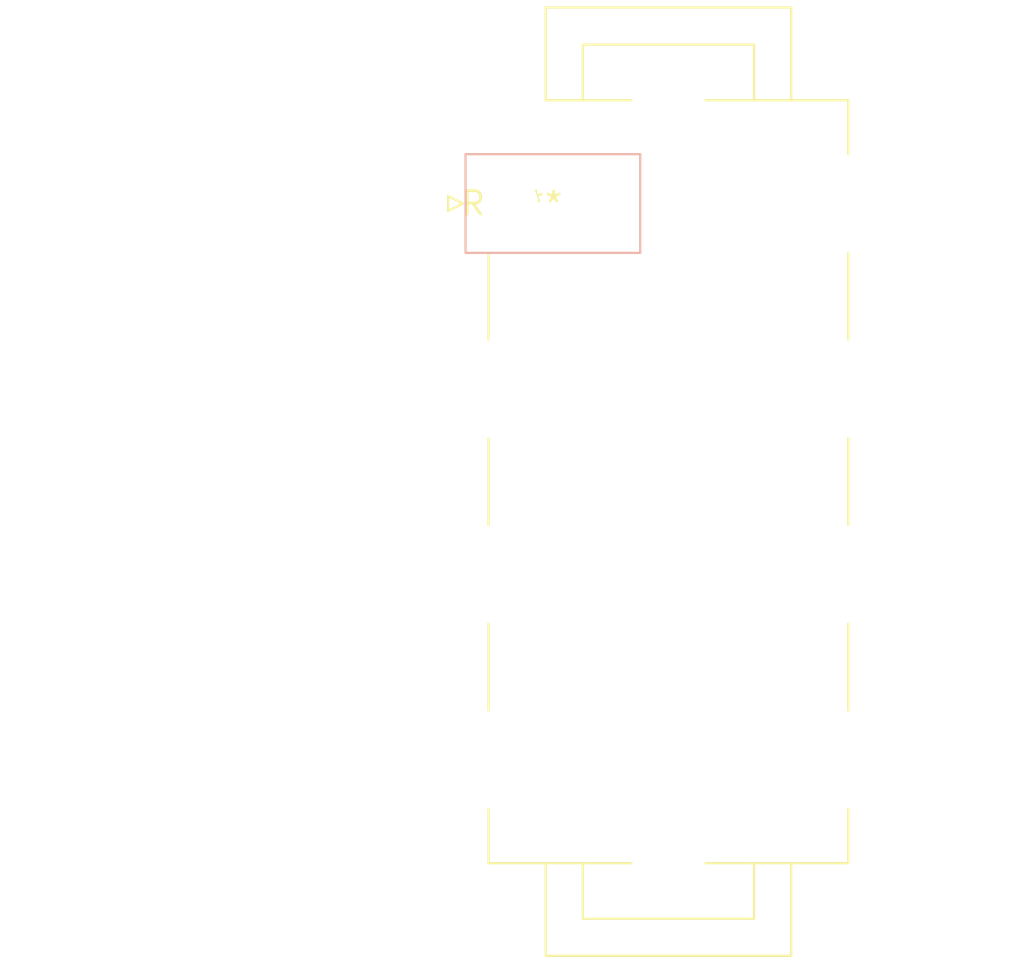
<source format=kicad_pcb>
(kicad_pcb (version 20240108) (generator pcbnew)
  (layers (0 "F.Cu" signal) (31 "B.Cu" signal) (34 "B.Paste" user) (35 "F.Paste" user) (36 "B.SilkS" user "B.Silkscreen") (37 "F.SilkS" user "F.Silkscreen") (38 "B.Mask" user) (39 "F.Mask" user) (44 "Edge.Cuts" user))
  (net 0 "")
  (footprint "Molex_Mini-Fit_Sr_43915-xx08_2x04_P10.00mm_Vertical" (layer "F.Cu") (at 0 0)
    (property "Reference" "REF**")
    (property "Value" "Molex_Mini-Fit_Sr_43915-xx08_2x04_P10.00mm_Vertical")
    (fp_line (start -2.51 -2.66) (end -2.51 2.66) (layer "B.SilkS") (stroke (width 0.12)))
    (fp_line (start -2.51 2.66) (end 6.91 2.66) (layer "B.SilkS") (stroke (width 0.12)))
    (fp_line (start 6.91 -2.66) (end -2.51 -2.66) (layer "B.SilkS") (stroke (width 0.12)))
    (fp_line (start 6.91 2.66) (end 6.91 -2.66) (layer "B.SilkS") (stroke (width 0.12)))
    (fp_line (start -3.45 -0.4) (end -3.45 0.4) (layer "F.SilkS") (stroke (width 0.12)))
    (fp_line (start -3.45 0.4) (end -2.65 0) (layer "F.SilkS") (stroke (width 0.12)))
    (fp_line (start -2.65 0) (end -3.45 -0.4) (layer "F.SilkS") (stroke (width 0.12)))
    (fp_line (start -1.27 2.66) (end -1.27 7.34) (layer "F.SilkS") (stroke (width 0.12)))
    (fp_line (start -1.27 12.66) (end -1.27 17.34) (layer "F.SilkS") (stroke (width 0.12)))
    (fp_line (start -1.27 22.66) (end -1.27 27.34) (layer "F.SilkS") (stroke (width 0.12)))
    (fp_line (start -1.27 32.66) (end -1.27 35.57) (layer "F.SilkS") (stroke (width 0.12)))
    (fp_line (start -1.27 35.57) (end 6.43 35.57) (layer "F.SilkS") (stroke (width 0.12)))
    (fp_line (start 1.81 -10.57) (end 15.05 -10.57) (layer "F.SilkS") (stroke (width 0.12)))
    (fp_line (start 1.81 -5.57) (end 1.81 -10.57) (layer "F.SilkS") (stroke (width 0.12)))
    (fp_line (start 1.81 35.57) (end 1.81 40.57) (layer "F.SilkS") (stroke (width 0.12)))
    (fp_line (start 1.81 40.57) (end 15.05 40.57) (layer "F.SilkS") (stroke (width 0.12)))
    (fp_line (start 3.81 -8.57) (end 13.05 -8.57) (layer "F.SilkS") (stroke (width 0.12)))
    (fp_line (start 3.81 -5.57) (end 3.81 -8.57) (layer "F.SilkS") (stroke (width 0.12)))
    (fp_line (start 3.81 35.57) (end 3.81 38.57) (layer "F.SilkS") (stroke (width 0.12)))
    (fp_line (start 3.81 38.57) (end 13.05 38.57) (layer "F.SilkS") (stroke (width 0.12)))
    (fp_line (start 6.43 -5.57) (end 1.81 -5.57) (layer "F.SilkS") (stroke (width 0.12)))
    (fp_line (start 13.05 -8.57) (end 13.05 -5.57) (layer "F.SilkS") (stroke (width 0.12)))
    (fp_line (start 13.05 38.57) (end 13.05 35.57) (layer "F.SilkS") (stroke (width 0.12)))
    (fp_line (start 15.05 -10.57) (end 15.05 -5.57) (layer "F.SilkS") (stroke (width 0.12)))
    (fp_line (start 15.05 40.57) (end 15.05 35.57) (layer "F.SilkS") (stroke (width 0.12)))
    (fp_line (start 18.13 -5.57) (end 10.43 -5.57) (layer "F.SilkS") (stroke (width 0.12)))
    (fp_line (start 18.13 -2.66) (end 18.13 -5.57) (layer "F.SilkS") (stroke (width 0.12)))
    (fp_line (start 18.13 2.66) (end 18.13 7.34) (layer "F.SilkS") (stroke (width 0.12)))
    (fp_line (start 18.13 12.66) (end 18.13 17.34) (layer "F.SilkS") (stroke (width 0.12)))
    (fp_line (start 18.13 22.66) (end 18.13 27.34) (layer "F.SilkS") (stroke (width 0.12)))
    (fp_line (start 18.13 32.66) (end 18.13 35.57) (layer "F.SilkS") (stroke (width 0.12)))
    (fp_line (start 18.13 35.57) (end 10.43 35.57) (layer "F.SilkS") (stroke (width 0.12)))
    (pad "" thru_hole circle (at 8.43 -5.705) (size 3.5 3.5) (drill 3) (layers *.Cu *.Mask) (remove_unused_layers))
    (pad "" np_thru_hole circle (at 8.43 5) (size 3 3) (drill 3) (layers *.Cu *.Mask))
    (pad "" thru_hole circle (at 8.43 35.705) (size 3.5 3.5) (drill 3) (layers *.Cu *.Mask) (remove_unused_layers))
    (pad "1" thru_hole rect (at 0 0) (size 4.5 4.8) (drill 2.8) (layers *.Cu *.Mask) (remove_unused_layers))
    (pad "1" thru_hole rect (at 4.4 0) (size 4.5 4.8) (drill 2.8) (layers *.Cu *.Mask) (remove_unused_layers))
    (pad "2" thru_hole rect (at 0 10) (size 4.5 4.8) (drill 2.8) (layers *.Cu *.Mask) (remove_unused_layers))
    (pad "2" thru_hole rect (at 4.4 10) (size 4.5 4.8) (drill 2.8) (layers *.Cu *.Mask) (remove_unused_layers))
    (pad "3" thru_hole rect (at 0 20) (size 4.5 4.8) (drill 2.8) (layers *.Cu *.Mask) (remove_unused_layers))
    (pad "3" thru_hole rect (at 4.4 20) (size 4.5 4.8) (drill 2.8) (layers *.Cu *.Mask) (remove_unused_layers))
    (pad "4" thru_hole rect (at 0 30) (size 4.5 4.8) (drill 2.8) (layers *.Cu *.Mask) (remove_unused_layers))
    (pad "4" thru_hole rect (at 4.4 30) (size 4.5 4.8) (drill 2.8) (layers *.Cu *.Mask) (remove_unused_layers))
    (pad "5" thru_hole rect (at 12.46 0) (size 4.5 4.8) (drill 2.8) (layers *.Cu *.Mask) (remove_unused_layers))
    (pad "5" thru_hole rect (at 16.86 0) (size 4.5 4.8) (drill 2.8) (layers *.Cu *.Mask) (remove_unused_layers))
    (pad "6" thru_hole rect (at 12.46 10) (size 4.5 4.8) (drill 2.8) (layers *.Cu *.Mask) (remove_unused_layers))
    (pad "6" thru_hole rect (at 16.86 10) (size 4.5 4.8) (drill 2.8) (layers *.Cu *.Mask) (remove_unused_layers))
    (pad "7" thru_hole rect (at 12.46 20) (size 4.5 4.8) (drill 2.8) (layers *.Cu *.Mask) (remove_unused_layers))
    (pad "7" thru_hole rect (at 16.86 20) (size 4.5 4.8) (drill 2.8) (layers *.Cu *.Mask) (remove_unused_layers))
    (pad "8" thru_hole rect (at 12.46 30) (size 4.5 4.8) (drill 2.8) (layers *.Cu *.Mask) (remove_unused_layers))
    (pad "8" thru_hole rect (at 16.86 30) (size 4.5 4.8) (drill 2.8) (layers *.Cu *.Mask) (remove_unused_layers))
  )
)
</source>
